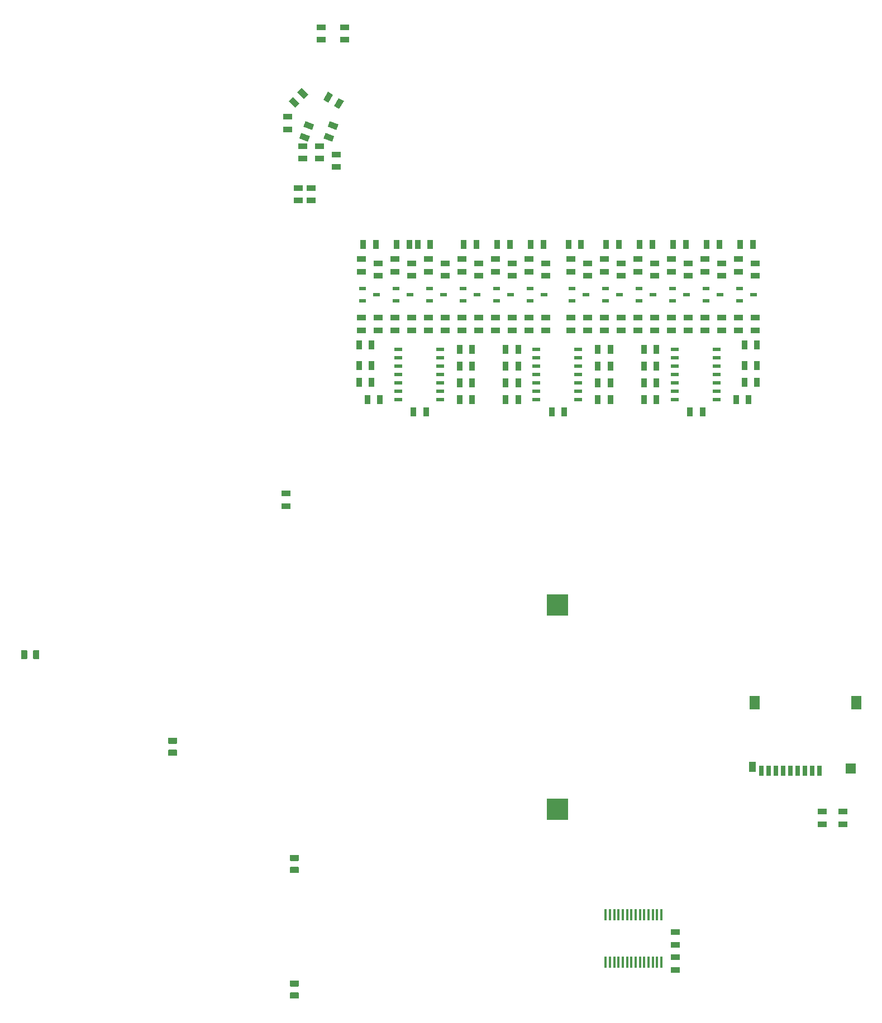
<source format=gbp>
G04 (created by PCBNEW (2013-07-07 BZR 4022)-stable) date 7/10/2014 10:27:13 PM*
%MOIN*%
G04 Gerber Fmt 3.4, Leading zero omitted, Abs format*
%FSLAX34Y34*%
G01*
G70*
G90*
G04 APERTURE LIST*
%ADD10C,0.00393701*%
%ADD11R,0.055X0.035*%
%ADD12R,0.129528X0.129528*%
%ADD13R,0.0394X0.0236*%
%ADD14R,0.035X0.055*%
%ADD15R,0.045X0.02*%
%ADD16R,0.016X0.065*%
%ADD17R,0.03X0.06*%
%ADD18R,0.04X0.06*%
%ADD19R,0.06X0.08*%
%ADD20R,0.06X0.06*%
%ADD21R,0.045X0.025*%
%ADD22R,0.025X0.045*%
G04 APERTURE END LIST*
G54D10*
G54D11*
X68500Y-45875D03*
X68500Y-46625D03*
G54D12*
X84700Y-52537D03*
X84700Y-64730D03*
G54D11*
X69250Y-27625D03*
X69250Y-28375D03*
G54D10*
G36*
X69679Y-23639D02*
X70196Y-23827D01*
X70076Y-24156D01*
X69559Y-23968D01*
X69679Y-23639D01*
X69679Y-23639D01*
G37*
G36*
X69423Y-24343D02*
X69940Y-24531D01*
X69820Y-24860D01*
X69303Y-24672D01*
X69423Y-24343D01*
X69423Y-24343D01*
G37*
G36*
X69444Y-21666D02*
X69833Y-22055D01*
X69585Y-22303D01*
X69196Y-21914D01*
X69444Y-21666D01*
X69444Y-21666D01*
G37*
G36*
X68914Y-22196D02*
X69303Y-22585D01*
X69055Y-22833D01*
X68666Y-22444D01*
X68914Y-22196D01*
X68914Y-22196D01*
G37*
G36*
X70736Y-22363D02*
X71011Y-21886D01*
X71314Y-22061D01*
X71039Y-22538D01*
X70736Y-22363D01*
X70736Y-22363D01*
G37*
G36*
X71385Y-22738D02*
X71660Y-22261D01*
X71963Y-22436D01*
X71688Y-22913D01*
X71385Y-22738D01*
X71385Y-22738D01*
G37*
G36*
X71129Y-23639D02*
X71646Y-23827D01*
X71526Y-24156D01*
X71009Y-23968D01*
X71129Y-23639D01*
X71129Y-23639D01*
G37*
G36*
X70873Y-24343D02*
X71390Y-24531D01*
X71270Y-24860D01*
X70753Y-24672D01*
X70873Y-24343D01*
X70873Y-24343D01*
G37*
G54D11*
X69500Y-25125D03*
X69500Y-25875D03*
X68600Y-23375D03*
X68600Y-24125D03*
X71500Y-25625D03*
X71500Y-26375D03*
X70500Y-25125D03*
X70500Y-25875D03*
X70000Y-28375D03*
X70000Y-27625D03*
G54D13*
X91584Y-34382D03*
X92416Y-34007D03*
X91584Y-33632D03*
X77084Y-34382D03*
X77916Y-34007D03*
X77084Y-33632D03*
X79084Y-34382D03*
X79916Y-34007D03*
X79084Y-33632D03*
X93584Y-34382D03*
X94416Y-34007D03*
X93584Y-33632D03*
X89584Y-34382D03*
X90416Y-34007D03*
X89584Y-33632D03*
X95584Y-34382D03*
X96416Y-34007D03*
X95584Y-33632D03*
X85584Y-34382D03*
X86416Y-34007D03*
X85584Y-33632D03*
X87584Y-34382D03*
X88416Y-34007D03*
X87584Y-33632D03*
X81084Y-34382D03*
X81916Y-34007D03*
X81084Y-33632D03*
X83084Y-34382D03*
X83916Y-34007D03*
X83084Y-33632D03*
X75084Y-34382D03*
X75916Y-34007D03*
X75084Y-33632D03*
X73084Y-34382D03*
X73916Y-34007D03*
X73084Y-33632D03*
G54D14*
X92625Y-41007D03*
X93375Y-41007D03*
X76875Y-41007D03*
X76125Y-41007D03*
X84375Y-41007D03*
X85125Y-41007D03*
X96625Y-39250D03*
X95875Y-39250D03*
X95375Y-40257D03*
X96125Y-40257D03*
X95625Y-31007D03*
X96375Y-31007D03*
X96625Y-38250D03*
X95875Y-38250D03*
X95875Y-37000D03*
X96625Y-37000D03*
X93625Y-31007D03*
X94375Y-31007D03*
X89875Y-38257D03*
X90625Y-38257D03*
X90625Y-37257D03*
X89875Y-37257D03*
X91625Y-31007D03*
X92375Y-31007D03*
X89625Y-31007D03*
X90375Y-31007D03*
X90625Y-40257D03*
X89875Y-40257D03*
X89875Y-39257D03*
X90625Y-39257D03*
G54D11*
X96500Y-35382D03*
X96500Y-36132D03*
X95500Y-31882D03*
X95500Y-32632D03*
X93500Y-35382D03*
X93500Y-36132D03*
X95500Y-35382D03*
X95500Y-36132D03*
X94500Y-35382D03*
X94500Y-36132D03*
X93500Y-31882D03*
X93500Y-32632D03*
X92500Y-35382D03*
X92500Y-36132D03*
X91500Y-31882D03*
X91500Y-32632D03*
X90500Y-35382D03*
X90500Y-36132D03*
G54D14*
X87875Y-39257D03*
X87125Y-39257D03*
G54D11*
X86500Y-35382D03*
X86500Y-36132D03*
X88500Y-35382D03*
X88500Y-36132D03*
X94500Y-32132D03*
X94500Y-32882D03*
X96500Y-32132D03*
X96500Y-32882D03*
G54D14*
X87625Y-31007D03*
X88375Y-31007D03*
X87125Y-40257D03*
X87875Y-40257D03*
X79625Y-39257D03*
X78875Y-39257D03*
X78875Y-40257D03*
X79625Y-40257D03*
X79125Y-31007D03*
X79875Y-31007D03*
X77125Y-31000D03*
X76375Y-31000D03*
X78875Y-37257D03*
X79625Y-37257D03*
X79625Y-38257D03*
X78875Y-38257D03*
G54D11*
X80000Y-35382D03*
X80000Y-36132D03*
X79000Y-35382D03*
X79000Y-36132D03*
X79000Y-31882D03*
X79000Y-32632D03*
X78000Y-35382D03*
X78000Y-36132D03*
X77000Y-35382D03*
X77000Y-36132D03*
X77000Y-31882D03*
X77000Y-32632D03*
X91500Y-35382D03*
X91500Y-36132D03*
X89500Y-35382D03*
X89500Y-36132D03*
X87500Y-35382D03*
X87500Y-36132D03*
X85500Y-35382D03*
X85500Y-36132D03*
G54D14*
X85375Y-31007D03*
X86125Y-31007D03*
G54D11*
X81000Y-35382D03*
X81000Y-36132D03*
X83000Y-35382D03*
X83000Y-36132D03*
G54D14*
X82375Y-37257D03*
X81625Y-37257D03*
X81625Y-38257D03*
X82375Y-38257D03*
G54D11*
X81000Y-31882D03*
X81000Y-32632D03*
X82000Y-35382D03*
X82000Y-36132D03*
X83000Y-31882D03*
X83000Y-32632D03*
X84000Y-35382D03*
X84000Y-36132D03*
G54D14*
X81625Y-39257D03*
X82375Y-39257D03*
X82375Y-40257D03*
X81625Y-40257D03*
X81125Y-31007D03*
X81875Y-31007D03*
X83125Y-31007D03*
X83875Y-31007D03*
G54D11*
X92500Y-32132D03*
X92500Y-32882D03*
X90500Y-32132D03*
X90500Y-32882D03*
X78000Y-32132D03*
X78000Y-32882D03*
X80000Y-32132D03*
X80000Y-32882D03*
X82000Y-32132D03*
X82000Y-32882D03*
G54D14*
X87125Y-37257D03*
X87875Y-37257D03*
X87875Y-38257D03*
X87125Y-38257D03*
X72875Y-38250D03*
X73625Y-38250D03*
X73625Y-37000D03*
X72875Y-37000D03*
X75125Y-31007D03*
X75875Y-31007D03*
X73125Y-31007D03*
X73875Y-31007D03*
X74125Y-40257D03*
X73375Y-40257D03*
X72875Y-39250D03*
X73625Y-39250D03*
G54D11*
X76000Y-35382D03*
X76000Y-36132D03*
X75000Y-35382D03*
X75000Y-36132D03*
X75000Y-31882D03*
X75000Y-32632D03*
X74000Y-35382D03*
X74000Y-36132D03*
X73000Y-35382D03*
X73000Y-36132D03*
X73000Y-31882D03*
X73000Y-32632D03*
X74000Y-32132D03*
X74000Y-32882D03*
X76000Y-32132D03*
X76000Y-32882D03*
G54D15*
X91700Y-40257D03*
X91700Y-39757D03*
X91700Y-39257D03*
X91700Y-38757D03*
X91700Y-38257D03*
X91700Y-37757D03*
X91700Y-37257D03*
X94200Y-37257D03*
X94200Y-37757D03*
X94200Y-38757D03*
X94200Y-39257D03*
X94200Y-39757D03*
X94200Y-40257D03*
X94200Y-38257D03*
X83450Y-40257D03*
X83450Y-39757D03*
X83450Y-39257D03*
X83450Y-38757D03*
X83450Y-38257D03*
X83450Y-37757D03*
X83450Y-37257D03*
X85950Y-37257D03*
X85950Y-37757D03*
X85950Y-38757D03*
X85950Y-39257D03*
X85950Y-39757D03*
X85950Y-40257D03*
X85950Y-38257D03*
X75200Y-40257D03*
X75200Y-39757D03*
X75200Y-39257D03*
X75200Y-38757D03*
X75200Y-38257D03*
X75200Y-37757D03*
X75200Y-37257D03*
X77700Y-37257D03*
X77700Y-37757D03*
X77700Y-38757D03*
X77700Y-39257D03*
X77700Y-39757D03*
X77700Y-40257D03*
X77700Y-38257D03*
G54D11*
X91750Y-72075D03*
X91750Y-72825D03*
X91750Y-74325D03*
X91750Y-73575D03*
G54D16*
X89122Y-71033D03*
X89378Y-71033D03*
X89634Y-71033D03*
X89890Y-71033D03*
X88354Y-73867D03*
X88354Y-71033D03*
X88610Y-71033D03*
X88866Y-71033D03*
X90146Y-73867D03*
X89890Y-73867D03*
X89634Y-73867D03*
X89378Y-73867D03*
X89122Y-73867D03*
X88866Y-73867D03*
X90146Y-71033D03*
X88610Y-73867D03*
X88098Y-73867D03*
X87843Y-73867D03*
X87587Y-73867D03*
X87587Y-71033D03*
X87843Y-71033D03*
X88098Y-71033D03*
X90402Y-71033D03*
X90657Y-71033D03*
X90913Y-71033D03*
X90913Y-73867D03*
X90657Y-73867D03*
X90402Y-73867D03*
G54D17*
X100332Y-62450D03*
X99899Y-62450D03*
X99466Y-62450D03*
X99033Y-62450D03*
X98600Y-62450D03*
X98166Y-62450D03*
X97733Y-62450D03*
X97300Y-62450D03*
X96867Y-62450D03*
G54D18*
X96337Y-62213D03*
G54D19*
X96474Y-58366D03*
X102537Y-58366D03*
G54D20*
X102214Y-62295D03*
G54D11*
X89500Y-31875D03*
X89500Y-32625D03*
X87500Y-31875D03*
X87500Y-32625D03*
X85500Y-31875D03*
X85500Y-32625D03*
X88500Y-32125D03*
X88500Y-32875D03*
X86500Y-32125D03*
X86500Y-32875D03*
X84000Y-32125D03*
X84000Y-32875D03*
X70600Y-18025D03*
X70600Y-18775D03*
X72000Y-18025D03*
X72000Y-18775D03*
X101750Y-65625D03*
X101750Y-64875D03*
X100500Y-65625D03*
X100500Y-64875D03*
X69000Y-75875D03*
X69000Y-75125D03*
G54D21*
X69000Y-75800D03*
X69000Y-75200D03*
G54D11*
X69000Y-68375D03*
X69000Y-67625D03*
G54D21*
X69000Y-68300D03*
X69000Y-67700D03*
G54D11*
X61750Y-61375D03*
X61750Y-60625D03*
G54D21*
X61750Y-61300D03*
X61750Y-60700D03*
G54D14*
X52875Y-55500D03*
X53625Y-55500D03*
G54D22*
X52950Y-55500D03*
X53550Y-55500D03*
M02*

</source>
